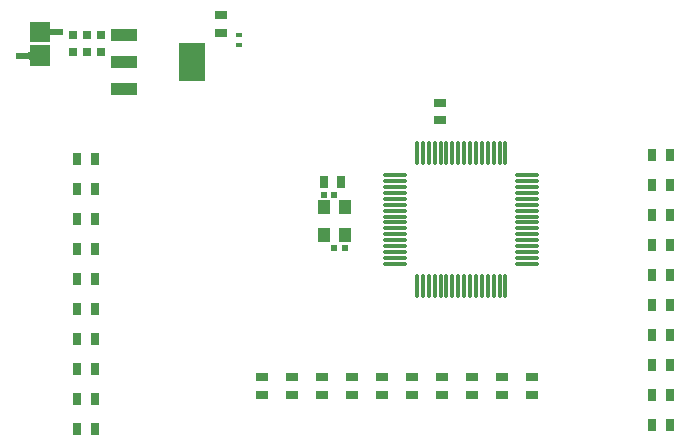
<source format=gtp>
G04*
G04 #@! TF.GenerationSoftware,Altium Limited,Altium Designer,25.7.1 (20)*
G04*
G04 Layer_Color=8421504*
%FSLAX44Y44*%
%MOMM*%
G71*
G04*
G04 #@! TF.SameCoordinates,711889C3-5294-40D1-B7F6-5CF0684BB26A*
G04*
G04*
G04 #@! TF.FilePolarity,Positive*
G04*
G01*
G75*
%ADD17R,1.0000X0.8000*%
%ADD18O,2.1000X0.3000*%
%ADD19R,0.8000X1.0000*%
%ADD20O,0.3000X2.1000*%
%ADD21R,2.2000X3.3000*%
G04:AMPARAMS|DCode=22|XSize=0.76mm|YSize=0.6604mm|CornerRadius=0.0825mm|HoleSize=0mm|Usage=FLASHONLY|Rotation=0.000|XOffset=0mm|YOffset=0mm|HoleType=Round|Shape=RoundedRectangle|*
%AMROUNDEDRECTD22*
21,1,0.7600,0.4953,0,0,0.0*
21,1,0.5949,0.6604,0,0,0.0*
1,1,0.1651,0.2975,-0.2477*
1,1,0.1651,-0.2975,-0.2477*
1,1,0.1651,-0.2975,0.2477*
1,1,0.1651,0.2975,0.2477*
%
%ADD22ROUNDEDRECTD22*%
%ADD23R,2.2000X1.0000*%
G04:AMPARAMS|DCode=24|XSize=0.55mm|YSize=0.5mm|CornerRadius=0.0625mm|HoleSize=0mm|Usage=FLASHONLY|Rotation=270.000|XOffset=0mm|YOffset=0mm|HoleType=Round|Shape=RoundedRectangle|*
%AMROUNDEDRECTD24*
21,1,0.5500,0.3750,0,0,270.0*
21,1,0.4250,0.5000,0,0,270.0*
1,1,0.1250,-0.1875,-0.2125*
1,1,0.1250,-0.1875,0.2125*
1,1,0.1250,0.1875,0.2125*
1,1,0.1250,0.1875,-0.2125*
%
%ADD24ROUNDEDRECTD24*%
%ADD25R,1.1000X1.3000*%
%ADD26R,0.6000X0.4000*%
G36*
X38860Y527034D02*
Y510034D01*
X21860D01*
X21860Y514684D01*
X21835Y514938D01*
X21641Y515406D01*
X21282Y515765D01*
X20814Y515959D01*
X20560Y515984D01*
X20560Y515984D01*
X10660D01*
Y521084D01*
X20560D01*
X20814Y521109D01*
X21282Y521303D01*
X21641Y521662D01*
X21835Y522130D01*
X21860Y522384D01*
X21860Y522384D01*
Y527034D01*
X38860D01*
D02*
G37*
G36*
X21860Y530034D02*
Y547034D01*
X38860D01*
Y542384D01*
X38885Y542130D01*
X39079Y541662D01*
X39438Y541303D01*
X39906Y541109D01*
X40160Y541084D01*
D01*
X50060D01*
Y535984D01*
X40160Y535984D01*
X39906Y535959D01*
X39438Y535765D01*
X39079Y535406D01*
X38885Y534938D01*
X38860Y534684D01*
D01*
Y530034D01*
X21860D01*
D02*
G37*
D17*
X447040Y246260D02*
D03*
Y231260D02*
D03*
X421640Y246260D02*
D03*
Y231260D02*
D03*
X396240Y246260D02*
D03*
Y231260D02*
D03*
X370840Y246260D02*
D03*
Y231260D02*
D03*
X345440Y246260D02*
D03*
Y231260D02*
D03*
X320040Y246260D02*
D03*
Y231260D02*
D03*
X294640Y246260D02*
D03*
Y231260D02*
D03*
X269240Y246260D02*
D03*
Y231260D02*
D03*
X243840Y246260D02*
D03*
Y231260D02*
D03*
X218440Y246260D02*
D03*
Y231260D02*
D03*
X184030Y552544D02*
D03*
X369570Y463550D02*
D03*
Y478550D02*
D03*
X184030Y537544D02*
D03*
D18*
X443198Y407230D02*
D03*
Y417230D02*
D03*
X331198Y357230D02*
D03*
X443198Y412230D02*
D03*
X331198Y362230D02*
D03*
X443198Y402230D02*
D03*
Y397230D02*
D03*
Y392230D02*
D03*
Y387230D02*
D03*
Y382230D02*
D03*
Y377230D02*
D03*
Y372230D02*
D03*
Y367230D02*
D03*
Y362230D02*
D03*
Y357230D02*
D03*
Y352230D02*
D03*
Y347230D02*
D03*
Y342230D02*
D03*
X331198D02*
D03*
Y347230D02*
D03*
Y352230D02*
D03*
Y367230D02*
D03*
Y372230D02*
D03*
Y377230D02*
D03*
Y382230D02*
D03*
Y387230D02*
D03*
Y392230D02*
D03*
Y397230D02*
D03*
Y402230D02*
D03*
Y407230D02*
D03*
Y412230D02*
D03*
Y417230D02*
D03*
D19*
X548760Y434340D02*
D03*
Y408940D02*
D03*
Y383540D02*
D03*
Y358140D02*
D03*
Y332740D02*
D03*
Y307340D02*
D03*
Y281940D02*
D03*
Y256540D02*
D03*
Y231140D02*
D03*
Y205740D02*
D03*
X77230Y430530D02*
D03*
Y405130D02*
D03*
Y354330D02*
D03*
Y379730D02*
D03*
Y328930D02*
D03*
Y278130D02*
D03*
Y303530D02*
D03*
Y252730D02*
D03*
Y201930D02*
D03*
Y227330D02*
D03*
X563760Y408940D02*
D03*
X285756Y411734D02*
D03*
X270756D02*
D03*
X62230Y430530D02*
D03*
Y328930D02*
D03*
Y201930D02*
D03*
Y405130D02*
D03*
Y227330D02*
D03*
Y303530D02*
D03*
Y354330D02*
D03*
Y252730D02*
D03*
Y278130D02*
D03*
Y379730D02*
D03*
X563760Y434340D02*
D03*
Y383540D02*
D03*
Y358140D02*
D03*
Y332740D02*
D03*
Y307340D02*
D03*
Y281940D02*
D03*
Y256540D02*
D03*
Y231140D02*
D03*
Y205740D02*
D03*
D20*
X424698Y323730D02*
D03*
X359698D02*
D03*
X349698Y435730D02*
D03*
X354698D02*
D03*
X419698Y323730D02*
D03*
X354698D02*
D03*
X424698Y435730D02*
D03*
X359698D02*
D03*
X364698D02*
D03*
X369698D02*
D03*
X374698D02*
D03*
X379698D02*
D03*
X384698D02*
D03*
X389698D02*
D03*
X394698D02*
D03*
X399698D02*
D03*
X404698D02*
D03*
X409698D02*
D03*
X414698D02*
D03*
X419698D02*
D03*
X414698Y323730D02*
D03*
X409698D02*
D03*
X404698D02*
D03*
X399698D02*
D03*
X394698D02*
D03*
X389698D02*
D03*
X384698D02*
D03*
X379698D02*
D03*
X374698D02*
D03*
X369698D02*
D03*
X364698D02*
D03*
X349698D02*
D03*
D21*
X159480Y512788D02*
D03*
D22*
X82430Y521788D02*
D03*
X70492Y535788D02*
D03*
X82430D02*
D03*
X58554D02*
D03*
Y521788D02*
D03*
X70492D02*
D03*
D23*
X101480Y512788D02*
D03*
Y535788D02*
D03*
Y489788D02*
D03*
D24*
X279756Y400050D02*
D03*
X279756Y355600D02*
D03*
X288756D02*
D03*
X270756Y400050D02*
D03*
D25*
X288756Y389960D02*
D03*
X270756Y366960D02*
D03*
Y389960D02*
D03*
X288756Y366960D02*
D03*
D26*
X199270Y527264D02*
D03*
Y536264D02*
D03*
M02*

</source>
